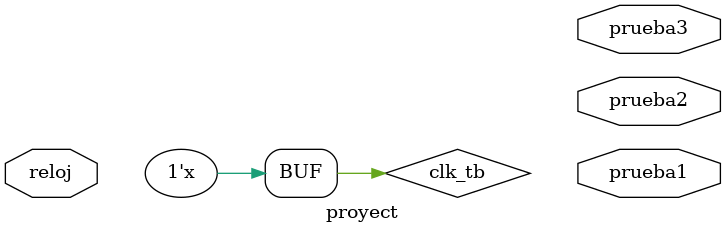
<source format=v>

`timescale 1ns/1ns
module proyect(
input reloj,
 output [31:0] prueba1,
    output [31:0] prueba2,
    output [31:0] prueba3
);

reg clk_tb = 1'b0;
/*Cables del Banco*/
wire [31:0]C1;//Dato2
wire [31:0]C2;//Dato1

/*Elementos de la ALU*/
wire [31:0]C3;//Resultado de la ALU
wire Flag;//Es el zeroflag



/*Operacion que se selecciona en el Alu control*/
wire [3:0]C4;

/*Data Memory*/
wire [31:0]C5;//Es lo que sale de la memoria 

wire [31:0]respMux;

/*Cables para las salidas de la Unidad de Control*/
wire RegDstValue;
wire BranchValue;
wire AlusrcValue;
wire bankwrite;
wire selmemWrt;
wire selmemRed;
wire [2:0]Alupocion;
wire selMux;

wire [31:0]Mux31Alu;//Cable del MUx que le da el segundo operador a la ALU para que haga la operacion

wire [31:0]PcOutValue;
wire [31:0]fueraValue; //El resultado del Adder del pc cuando suma 4
wire [31:0]resultMuxValue;
wire [31:0]instruccionTR; //Es la instruccion que sale de la memoria de instrucciones

/*Cables del Mux de 31 bits que le da el dato a escribir al banco de registros*/
wire [31:0]Muxmembankvalue;//El dato que vamos a escribir en el banco de registros
/*Cables de Mux 5 bits a Banco*/
wire [4:0]Mux5result;//Es donde dice donde vamos a escribir
/*Componentes del Shiftleft*/
wire [31:0]Shift_leftinput;
wire [31:0]AdderShiftsrc;
/*Cable del Adder dos de 31 bits al Mux de 31 bits*/
wire [31:0]MuxAdderdossrc;
/*Mux con la compuerta AND del branch y el zeroflag*/
reg MuxFetchsrc;


always #50 clk_tb = ~clk_tb;

/*Cables Instruction Fetch (IF)*/
wire [31:0] valuePcAdder;
wire [31:0] valueInstruction_IF;


/*Cables Instruction Decode (ID)*/
wire [31:0]outID_pcAdder;
wire [31:0]outID_RD1;
wire [31:0]outID_RD2;
wire [31:0]outID_signExtend;
wire [4:0]outID_bits20_16;
wire [4:0]outID_bits15_11;
wire outID_RegDst;
wire [2:0]outID_Aluop;
wire outID_Alusrc;
wire outID_Branch;
wire outID_MemtoWrite;
wire outID_MemtoRead;
wire outID_RegWrite;
wire outID_MemtoReg;
/*Cables de Write Back (WB)*/
wire [31:0]outWBReadData;
wire [31:0]outWBALUResult;
wire [4:0]outWBmuxRegFileD;
wire outWBBackRegWrite;
wire outWBBackmemtoReg;

/*Cables Execution /Adress Calculation (EX)*/
wire [31:0]Ex_outpcAdder;
wire Ex_outzeroflag;
wire [31:0]Ex_outAlu_Result;
wire [31:0]Ex_outDataWrite;
wire [4:0]Ex_outmuxRegFileD;
    /*Unidad de control (EX)*/
wire Ex_outBranch;
wire Ex_outmemtoWrite;
wire Ex_outmemtoRead;
wire Ex_outregWrite;
wire Ex_outmemtoReg;
wire jump;

always @* begin
    MuxFetchsrc = Flag & BranchValue;
end

Memoriainstrucciones mem1(
    .RedAddress(PcOutValue),
    .instruction_mem(instruccionTR)
);

instructionFetch buffIF(
    .clk(clk_tb),
    .pcAdder(fueraValue),
    .instructionmem(instruccionTR),
    .instruccionfetch(valueInstruction_IF),
    .pcAdderFetch(valuePcAdder)
);

ControlUnit unidad_uno(
    .instruction(valueInstruction_IF[31:26]),
    .RegDst(RegDstValue),
    .Branch(BranchValue),
    .MemtoRead(selmemRed),
    .MemtoWrite(selmemWrt),
    .ALUop(Alupocion),
    .ALUSrc(AlusrcValue),
    .RegWrite(bankwrite),
    .MemToReg(selMux),
    .jump(jump)
);

bank banco_uno(
    .AR1(valueInstruction_IF[25:21]),
    .AR2(valueInstruction_IF[20:16]),
    .AW(outWBmuxRegFileD),
    .Wen(bankwrite),
    .Datow(Muxmembankvalue),
    .Dato1(C2),
    .Dato2(C1)
);

InstructionDecode buffID(
    .clk(clk_tb),
    .pcAdder(valuePcAdder),
    .BankRD1(C2),
    .BankRD2(C1),
    .valueSign_Extend(Shift_leftinput),
    .bits20_16(valueInstruction_IF[20:16]),
    .bits15_11(valueInstruction_IF[15:11]),
    .RegDst(RegDstValue),
    .Branch(BranchValue), //EX MEM
    .MemtoRead(selmemRed), //EX
    .MemToReg(selMux),//WB
    .ALUop(Alupocion),//EX
    .MemtoWrite(selmemWrt),//EX MEM
    .ALUSrc(AlusrcValue),//EX
    .RegWrite(bankwrite),//WB
    /*Salidas*/
    .valuepcAdder(outID_pcAdder),
    .valueBankRD1(outID_RD1),
    .valueBankRD2(outID_RD2),
    .outvalueSign_Extend(outID_signExtend),
    .valuebits20_16(outID_bits20_16),
    .valuebits15_11(outID_bits15_11),
    /*Salidas de la Unidad de Control*/
    .valueRegDst(outID_RegDst),
    .valueBranch(outID_Branch),
    .valueMemtoRead(outID_MemtoRead),
    .valueMemtoReg(outID_MemtoReg),
    .valueALUop(outID_Aluop),
    .valueMemtoWrite(outID_MemtoWrite),
    .valueALUsrc(outID_Alusrc),
    .valueRegWrite(outID_RegWrite)
);

ALU_Control alucontrol_uno(
    .functionfield(outID_signExtend[5:0]),
    .Alu_op(outID_Aluop),
    .operacion(C4)
);

Mux31bits muxbancoAlu(
    .valor0(outID_RD2),
    .valor1(outID_signExtend),
    .select(outID_Alusrc),
    .ValOut31(Mux31Alu)
);


/*Mux que va al PC*/
wire final_selector;

assign final_selector = MuxFetchsrc | jump; // Lógica OR para combinar los selectores

MuxAdder muxadd1(
    .val0(MuxAdderdossrc),
    .val1(Ex_outpcAdder),
    .selector(final_selector), // Usa la señal combinada
    .resultMUx(resultMuxValue)
);



Pc pc1(
    .PcSrc(resultMuxValue),
    .clk(clk_tb),
    .PcOut(PcOutValue)
);


Mux5bits muxinstrucbanco(
    .Valoren0(valueInstruction_IF[20:16]),
    .Valoren1(valueInstruction_IF[15:11]),
    .selector(outID_RegDst),
    .WriteReg(Mux5result)
);


alu alu_uno(
    .op1(C2),
    .op2(Mux31Alu),
    .sel(C4),
    .Resultado(C3),
    .zeroflag(Flag)
);

Execution_AdressCalc bufferEX(
    .clk(clk_tb),
    .pcAdder(outID_pcAdder),
    .zeroflag(Flag),
    .Alu_result(C3),
    .DataWrite(outID_RD2),
    .muxRegFileD(Mux5result),
    .branch(outID_Branch),
    .memtoWrite(outID_MemtoWrite),
    .memtoRead(outID_MemtoRead),
    .regWrite(outID_RegWrite),
    .memtoReg(outID_MemtoReg),
    /*Salidas*/
    .outpcAdder(Ex_outpcAdder),
    .outzeroflag(Ex_outzeroflag),
    .outAlu_Result(Ex_outAlu_Result),
    .outDataWrite(Ex_outDataWrite),
    .outmuxRegFileD(Ex_outmuxRegFileD),
    /*Unidad de control (EX)*/
    .outBranch(Ex_outBranch),
    .outmemtoWrite(Ex_outmemtoWrite),
    .outmemtoRead(Ex_outmemtoRead),
    .outregWrite(Ex_outregWrite),
    .outmemtoReg(Ex_outmemtoReg)
);

Memoria memoria_uno(
    .Wen(outID_MemtoWrite),
    .Adress(Ex_outAlu_Result),
    .DataW(outID_RD2),
    .Ren(outID_MemtoRead),
    .DataR(C5)
);

Write_Back buffWB(
    .clk(clk_tb),
    .readData(C5),
    .AluResult(Ex_outAlu_Result),
    .muxRegFileD(Ex_outmuxRegFileD),
    .regWrite(Ex_outregWrite),
    .memtoReg(Ex_outmemtoReg),
    /*Salidas*/
    .outreadData(outWBReadData),
    .outAluResult(outWBALUResult),
    .outmuxRegFileD(outWBmuxRegFileD),
    .outregWrite(outWBBackRegWrite),
    .outmemtoReg(outWBBackmemtoReg)
);

/*Mux que va con WB*/
Mux31bits muxmembank(
    .valor0(outWBALUResult),
    .valor1(outWBReadData),
    .select(outWBBackmemtoReg),
    .ValOut31(Muxmembankvalue)
);

Sign_Extend signuno(
    .Instruccion(instruccionTR[15:0]),
    .Instruction_config(Shift_leftinput)
);

Shift_left shiftuno(
    .Signextend_src(outID_signExtend),
    .result_shift(AdderShiftsrc)
);

Adder adderdos(
    .suma(AdderShiftsrc),
    .numprimero(outID_pcAdder),
    .fuera(MuxAdderdossrc)
);

Adder adderuno(
    .suma(4),
    .numprimero(PcOutValue),
    .fuera(fueraValue)
);


endmodule

</source>
